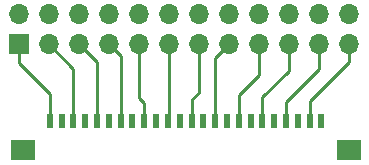
<source format=gbr>
%TF.GenerationSoftware,KiCad,Pcbnew,7.0.6*%
%TF.CreationDate,2025-05-21T13:55:29+01:00*%
%TF.ProjectId,CubeConnector,43756265-436f-46e6-9e65-63746f722e6b,rev?*%
%TF.SameCoordinates,Original*%
%TF.FileFunction,Copper,L1,Top*%
%TF.FilePolarity,Positive*%
%FSLAX46Y46*%
G04 Gerber Fmt 4.6, Leading zero omitted, Abs format (unit mm)*
G04 Created by KiCad (PCBNEW 7.0.6) date 2025-05-21 13:55:29*
%MOMM*%
%LPD*%
G01*
G04 APERTURE LIST*
%TA.AperFunction,ComponentPad*%
%ADD10R,1.700000X1.700000*%
%TD*%
%TA.AperFunction,ComponentPad*%
%ADD11O,1.700000X1.700000*%
%TD*%
%TA.AperFunction,SMDPad,CuDef*%
%ADD12R,2.000000X1.800000*%
%TD*%
%TA.AperFunction,SMDPad,CuDef*%
%ADD13R,0.600000X1.300000*%
%TD*%
%TA.AperFunction,Conductor*%
%ADD14C,0.250000*%
%TD*%
G04 APERTURE END LIST*
D10*
%TO.P,REF\u002A\u002A,1*%
%TO.N,N/C*%
X61280000Y-24600000D03*
D11*
%TO.P,REF\u002A\u002A,2*%
X61280000Y-22060000D03*
%TO.P,REF\u002A\u002A,3*%
X63820000Y-24600000D03*
%TO.P,REF\u002A\u002A,4*%
X63820000Y-22060000D03*
%TO.P,REF\u002A\u002A,5*%
X66360000Y-24600000D03*
%TO.P,REF\u002A\u002A,6*%
X66360000Y-22060000D03*
%TO.P,REF\u002A\u002A,7*%
X68900000Y-24600000D03*
%TO.P,REF\u002A\u002A,8*%
X68900000Y-22060000D03*
%TO.P,REF\u002A\u002A,9*%
X71440000Y-24600000D03*
%TO.P,REF\u002A\u002A,10*%
X71440000Y-22060000D03*
%TO.P,REF\u002A\u002A,11*%
X73980000Y-24600000D03*
%TO.P,REF\u002A\u002A,12*%
X73980000Y-22060000D03*
%TO.P,REF\u002A\u002A,13*%
X76520000Y-24600000D03*
%TO.P,REF\u002A\u002A,14*%
X76520000Y-22060000D03*
%TO.P,REF\u002A\u002A,15*%
X79060000Y-24600000D03*
%TO.P,REF\u002A\u002A,16*%
X79060000Y-22060000D03*
%TO.P,REF\u002A\u002A,17*%
X81600000Y-24600000D03*
%TO.P,REF\u002A\u002A,18*%
X81600000Y-22060000D03*
%TO.P,REF\u002A\u002A,19*%
X84140000Y-24600000D03*
%TO.P,REF\u002A\u002A,20*%
X84140000Y-22060000D03*
%TO.P,REF\u002A\u002A,21*%
X86680000Y-24600000D03*
%TO.P,REF\u002A\u002A,22*%
X86680000Y-22060000D03*
%TO.P,REF\u002A\u002A,23*%
X89220000Y-24600000D03*
%TO.P,REF\u002A\u002A,24*%
X89220000Y-22060000D03*
%TD*%
D12*
%TO.P,REF\u002A\u002A,0*%
%TO.N,N/C*%
X61600000Y-33600000D03*
X89200000Y-33600000D03*
D13*
%TO.P,REF\u002A\u002A,1*%
X63900000Y-31100000D03*
%TO.P,REF\u002A\u002A,2*%
X64900000Y-31100000D03*
%TO.P,REF\u002A\u002A,3*%
X65900000Y-31100000D03*
%TO.P,REF\u002A\u002A,4*%
X66900000Y-31100000D03*
%TO.P,REF\u002A\u002A,5*%
X67900000Y-31100000D03*
%TO.P,REF\u002A\u002A,6*%
X68900000Y-31100000D03*
%TO.P,REF\u002A\u002A,7*%
X69900000Y-31100000D03*
%TO.P,REF\u002A\u002A,8*%
X70900000Y-31100000D03*
%TO.P,REF\u002A\u002A,9*%
X71900000Y-31100000D03*
%TO.P,REF\u002A\u002A,10*%
X72900000Y-31100000D03*
%TO.P,REF\u002A\u002A,11*%
X73900000Y-31100000D03*
%TO.P,REF\u002A\u002A,12*%
X74900000Y-31100000D03*
%TO.P,REF\u002A\u002A,13*%
X75900000Y-31100000D03*
%TO.P,REF\u002A\u002A,14*%
X76900000Y-31100000D03*
%TO.P,REF\u002A\u002A,15*%
X77900000Y-31100000D03*
%TO.P,REF\u002A\u002A,16*%
X78900000Y-31100000D03*
%TO.P,REF\u002A\u002A,17*%
X79900000Y-31100000D03*
%TO.P,REF\u002A\u002A,18*%
X80900000Y-31100000D03*
%TO.P,REF\u002A\u002A,19*%
X81900000Y-31100000D03*
%TO.P,REF\u002A\u002A,20*%
X82900000Y-31100000D03*
%TO.P,REF\u002A\u002A,21*%
X83900000Y-31100000D03*
%TO.P,REF\u002A\u002A,22*%
X84900000Y-31100000D03*
%TO.P,REF\u002A\u002A,23*%
X85900000Y-31100000D03*
%TO.P,REF\u002A\u002A,24*%
X86900000Y-31100000D03*
%TD*%
D14*
%TO.N,*%
X71900000Y-29600000D02*
X71900000Y-31100000D01*
X71440000Y-24600000D02*
X71440000Y-29140000D01*
X84140000Y-26860000D02*
X81900000Y-29100000D01*
X66360000Y-24600000D02*
X67900000Y-26140000D01*
X85900000Y-29400000D02*
X85900000Y-31100000D01*
X67900000Y-26140000D02*
X67900000Y-31100000D01*
X89220000Y-26080000D02*
X85900000Y-29400000D01*
X86680000Y-24600000D02*
X86680000Y-26720000D01*
X79060000Y-24600000D02*
X77900000Y-25760000D01*
X61280000Y-26180000D02*
X63900000Y-28800000D01*
X81600000Y-27200000D02*
X79900000Y-28900000D01*
X81900000Y-29100000D02*
X81900000Y-31100000D01*
X86680000Y-26720000D02*
X83900000Y-29500000D01*
X75900000Y-29300000D02*
X75900000Y-31100000D01*
X68900000Y-24600000D02*
X69900000Y-25600000D01*
X76520000Y-24600000D02*
X76520000Y-28680000D01*
X73980000Y-24600000D02*
X73980000Y-31020000D01*
X77900000Y-25760000D02*
X77900000Y-31100000D01*
X76520000Y-28680000D02*
X75900000Y-29300000D01*
X73980000Y-31020000D02*
X73900000Y-31100000D01*
X71440000Y-29140000D02*
X71900000Y-29600000D01*
X63820000Y-24600000D02*
X65900000Y-26680000D01*
X79900000Y-28900000D02*
X79900000Y-31100000D01*
X61280000Y-24600000D02*
X61280000Y-26180000D01*
X84140000Y-24600000D02*
X84140000Y-26860000D01*
X65900000Y-26680000D02*
X65900000Y-31100000D01*
X83900000Y-29500000D02*
X83900000Y-31100000D01*
X63900000Y-28800000D02*
X63900000Y-31100000D01*
X81600000Y-24600000D02*
X81600000Y-27200000D01*
X69900000Y-25600000D02*
X69900000Y-31100000D01*
X89220000Y-24600000D02*
X89220000Y-26080000D01*
%TD*%
M02*

</source>
